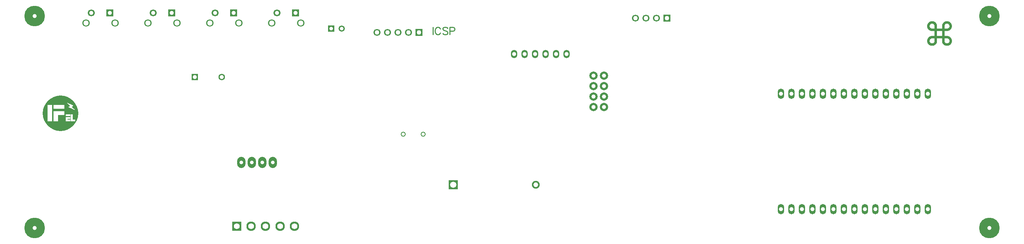
<source format=gbr>
G04 DipTrace 5.1.0.1*
G04 1 - Âåðõíèé.gbr*
%MOMM*%
G04 #@! TF.FileFunction,Copper,L1,Top*
G04 #@! TF.Part,Single*
%ADD44C,1.0*%
%ADD51C,1.4*%
%ADD52C,0.9*%
%ADD53C,1.1*%
%ADD54C,1.5*%
%ADD55C,1.17*%
%ADD56C,1.3*%
%ADD57C,0.8128*%
G04 #@! TA.AperFunction,Nonconductor*
%ADD16C,0.00033*%
G04 #@! TA.AperFunction,ComponentPad*
%ADD21R,2.3X2.3*%
%ADD22C,2.3*%
%ADD23O,2.0X2.7*%
%ADD24R,1.7X1.7*%
%ADD25C,1.7*%
%ADD26R,2.2X2.2*%
%ADD27C,1.9*%
%ADD29R,1.6X1.6*%
%ADD30C,1.6*%
%ADD31C,5.0*%
%ADD32R,1.5X1.5*%
%ADD33C,1.5*%
%ADD37C,1.8*%
%ADD45C,2.0*%
%ADD46O,1.5X2.0*%
%ADD48O,1.5X2.5*%
%ADD49C,1.2192*%
%ADD108C,0.27451*%
%FSLAX35Y35*%
G04*
G71*
G90*
G75*
G01*
G04 Top*
%LPD*%
D21*
X6296757Y1346670D3*
D22*
X6646757D3*
X6996757D3*
X7346757D3*
X7696757D3*
D23*
X7175537Y2889501D3*
X6921537Y2889494D3*
X6667537Y2889486D3*
X6413537Y2889479D3*
D24*
X10711483Y6048252D3*
D25*
X10457483D3*
X10203483D3*
X9949483D3*
X9695483D3*
D24*
X16712233Y6398393D3*
D25*
X16458233D3*
X16204233D3*
X15950233D3*
D26*
X11536983Y2350270D3*
D27*
X13536983D3*
D29*
X5287120Y4968750D3*
D30*
X5937120D3*
D31*
X1408757Y6446070D3*
Y1302570D3*
X24522757Y6446070D3*
Y1302570D3*
D32*
X8584233Y6144393D3*
D33*
X8838233D3*
D25*
X2775000Y6527500D3*
D24*
X3225000D3*
D37*
X2650000Y6277500D3*
X3350000D3*
D25*
X4275000Y6527500D3*
D24*
X4725000D3*
D37*
X4150000Y6277500D3*
X4850000D3*
D25*
X5775000Y6527500D3*
D24*
X6225000D3*
D37*
X5650000Y6277500D3*
X6350000D3*
D25*
X7275000Y6527500D3*
D24*
X7725000D3*
D37*
X7150000Y6277500D3*
X7850000D3*
D45*
X14934233Y4239393D3*
Y4493393D3*
Y4747393D3*
Y5001393D3*
X15188233Y4239393D3*
Y4493393D3*
Y4747393D3*
Y5001393D3*
D46*
X13013358Y5525268D3*
X13267358D3*
X13521358D3*
X13775358D3*
X14029358Y5525218D3*
X14283358Y5525242D3*
D48*
X19474483Y4559893D3*
X19728483D3*
X21252483D3*
X21506483D3*
X22268483D3*
X22522483D3*
X23030483D3*
X22522483Y1759893D3*
X22268483D3*
X22014483D3*
X21760483D3*
X21506483D3*
X21252483D3*
X20236483D3*
X20490483D3*
X19982483D3*
X19728483D3*
X19474483D3*
X19982483Y4559893D3*
X20236483D3*
X20490483D3*
X20744483D3*
X20998483D3*
X21760483D3*
X22014483D3*
X22776483D3*
X23030483Y1759893D3*
X22776483D3*
X20998483D3*
X20744483D3*
D49*
X10809910Y3575817D3*
X10327310D3*
X1715775Y3890628D2*
D16*
D3*
X1862495Y4194778D2*
D3*
X1973335Y4042708D2*
D3*
X2157555Y4017358D2*
D3*
Y3890628D2*
D3*
X2281605D2*
D3*
G36*
X1950992Y4507448D2*
X2034875Y4515708D1*
X2118755Y4507448D1*
X2199405Y4482982D1*
X2273742Y4443248D1*
X2338895Y4389778D1*
X2392362Y4324625D1*
X2432095Y4250292D1*
X2456565Y4169638D1*
X2409035Y4157238D1*
D1*
X2308045Y4242708D1*
X2349435Y4273858D1*
X2170362Y4355358D1*
X2271535Y4267978D1*
X2223485Y4236448D1*
X2409035Y4157238D1*
X2456565Y4169638D1*
X2464825Y4085758D1*
X2456565Y4001878D1*
X2432095Y3921225D1*
X2392362Y3846892D1*
X2384905Y3890628D1*
D1*
Y3931238D1*
X2327785D1*
Y4057958D1*
X2281605D1*
X2269105D1*
D1*
X2157555D1*
X2130235Y4042708D1*
D1*
Y4140158D1*
X1862495D1*
Y3890628D1*
X1826082D1*
D1*
Y4292238D1*
X1862495D1*
D1*
Y4194778D1*
X2130235D1*
Y4292238D1*
X1862495D1*
X1826082D1*
X1715775D1*
Y3890628D1*
X1826082D1*
X1862495D1*
X1973335D1*
Y4042708D1*
X2130235D1*
X2157555Y4057958D1*
Y4017358D1*
X2269105D1*
Y4057958D1*
X2281605D1*
Y3890628D1*
X2269105D1*
D1*
Y3931238D1*
X2203735D1*
Y3953988D1*
X2269105D1*
Y3994598D1*
X2157555D1*
Y3890628D1*
X2269105D1*
X2281605D1*
X2384905D1*
X2392362Y3846892D1*
X2338895Y3781738D1*
X2273742Y3728268D1*
X2199405Y3688535D1*
X2118755Y3664068D1*
X2034875Y3655808D1*
X1950992Y3664068D1*
X1870342Y3688535D1*
X1796005Y3728268D1*
X1730852Y3781738D1*
X1677385Y3846892D1*
X1637652Y3921225D1*
X1613182Y4001878D1*
X1604922Y4085758D1*
X1613182Y4169638D1*
X1637652Y4250292D1*
X1677385Y4324625D1*
X1730852Y4389778D1*
X1796005Y4443248D1*
X1870342Y4482982D1*
X1950992Y4507448D1*
G37*
X2409035Y4157238D2*
D16*
D3*
G36*
X23434087Y6085078D2*
Y5966408D1*
X23374337D1*
D1*
X23254010D1*
Y6085078D1*
X23374337D1*
Y5966408D1*
X23434087D1*
X23497657Y5966362D1*
X23504817Y5965975D1*
X23511823Y5965202D1*
X23518680Y5964035D1*
X23525387Y5962478D1*
X23531940Y5960535D1*
X23538337Y5958198D1*
X23544577Y5955478D1*
X23550663Y5952365D1*
X23556597Y5948868D1*
X23562377Y5944982D1*
X23567993Y5940708D1*
X23573457Y5936048D1*
X23578757Y5931002D1*
X23583793Y5925652D1*
X23588447Y5920155D1*
X23592710Y5914512D1*
X23596590Y5908725D1*
X23600083Y5902788D1*
X23603187Y5896705D1*
X23605910Y5890475D1*
X23608240Y5884098D1*
X23610190Y5877572D1*
X23611750Y5870898D1*
X23612920Y5864075D1*
X23613713Y5857102D1*
X23614113Y5849982D1*
X23614130Y5842742D1*
X23613757Y5835608D1*
X23613000Y5828625D1*
X23611857Y5821788D1*
X23610327Y5815105D1*
X23608413Y5808568D1*
X23606113Y5802178D1*
X23603427Y5795938D1*
X23600347Y5789842D1*
X23596887Y5783898D1*
X23593043Y5778098D1*
X23588807Y5772445D1*
X23584190Y5766935D1*
X23579183Y5761575D1*
X23573893Y5756492D1*
X23568450Y5751798D1*
X23562853Y5747495D1*
X23557097Y5743575D1*
X23551193Y5740045D1*
X23545130Y5736905D1*
X23538917Y5734148D1*
X23532547Y5731785D1*
X23526020Y5729808D1*
X23519340Y5728222D1*
X23512510Y5727025D1*
X23505523Y5726218D1*
X23498383Y5725802D1*
X23491137Y5725775D1*
X23484027Y5726135D1*
X23477060Y5726882D1*
X23470240Y5728015D1*
X23463570Y5729535D1*
X23457043Y5731438D1*
X23450663Y5733732D1*
X23444433Y5736408D1*
X23438353Y5739472D1*
X23432420Y5742925D1*
X23426633Y5746762D1*
X23420997Y5750982D1*
X23415510Y5755592D1*
X23410173Y5760585D1*
X23405087Y5765872D1*
X23400387Y5771315D1*
X23396080Y5776918D1*
X23392167Y5782678D1*
X23388640Y5788595D1*
X23385500Y5794668D1*
X23382750Y5800895D1*
X23380390Y5807278D1*
X23378420Y5813812D1*
X23376837Y5820502D1*
X23375640Y5827342D1*
X23374827Y5834335D1*
X23374407Y5841478D1*
X23374337Y5905808D1*
X23434087Y5905818D1*
D1*
X23500317Y5905552D1*
X23506240Y5904728D1*
X23511927Y5903348D1*
X23517383Y5901408D1*
X23522610Y5898912D1*
X23527613Y5895855D1*
X23532383Y5892232D1*
X23536927Y5888045D1*
X23541070Y5883485D1*
X23544650Y5878708D1*
X23547680Y5873718D1*
X23550153Y5868505D1*
X23552060Y5863065D1*
X23553410Y5857402D1*
X23554197Y5851505D1*
X23554413Y5845378D1*
X23554070Y5839302D1*
X23553153Y5833458D1*
X23551673Y5827842D1*
X23549630Y5822455D1*
X23547017Y5817295D1*
X23543840Y5812352D1*
X23540093Y5807628D1*
X23535783Y5803122D1*
X23530423Y5798522D1*
X23525537Y5795105D1*
X23520443Y5792248D1*
X23515157Y5789955D1*
X23509660Y5788222D1*
X23503953Y5787045D1*
X23498037Y5786425D1*
X23491920Y5786358D1*
X23485947Y5786848D1*
X23480187Y5787892D1*
X23474640Y5789492D1*
X23469300Y5791652D1*
X23464170Y5794375D1*
X23459230Y5797658D1*
X23454483Y5801505D1*
X23449990Y5805882D1*
X23446027Y5810525D1*
X23442633Y5815385D1*
X23439807Y5820465D1*
X23437540Y5825765D1*
X23435847Y5831292D1*
X23434720Y5837048D1*
X23434160Y5843035D1*
X23434087Y5905818D1*
X23374337Y5905808D1*
X23254747Y5905818D1*
X23254010Y5905678D1*
X23194250Y5905818D1*
D1*
X23193973Y5840152D1*
X23193137Y5834345D1*
X23191737Y5828748D1*
X23189773Y5823355D1*
X23187253Y5818168D1*
X23184170Y5813182D1*
X23180533Y5808398D1*
X23176337Y5803818D1*
X23171770Y5799675D1*
X23166973Y5796088D1*
X23161957Y5793058D1*
X23156707Y5790588D1*
X23151227Y5788675D1*
X23145517Y5787328D1*
X23139573Y5786542D1*
X23133397Y5786322D1*
X23127307Y5786668D1*
X23121427Y5787578D1*
X23115767Y5789052D1*
X23110327Y5791088D1*
X23105113Y5793685D1*
X23100130Y5796838D1*
X23095373Y5800548D1*
X23090860Y5804815D1*
X23086253Y5810122D1*
X23082813Y5814978D1*
X23079940Y5820038D1*
X23077620Y5825302D1*
X23075857Y5830768D1*
X23074660Y5836442D1*
X23074030Y5842322D1*
X23073957Y5848385D1*
X23074457Y5854318D1*
X23075520Y5860042D1*
X23077150Y5865558D1*
X23079337Y5870868D1*
X23082083Y5875975D1*
X23085383Y5880882D1*
X23089243Y5885588D1*
X23093627Y5890038D1*
X23098293Y5893962D1*
X23103187Y5897325D1*
X23108313Y5900132D1*
X23113670Y5902378D1*
X23119247Y5904065D1*
X23125040Y5905188D1*
X23131053Y5905748D1*
X23194250Y5905818D1*
X23254010Y5905678D1*
Y5845815D1*
X23253867Y5839612D1*
X23253337Y5832592D1*
X23252420Y5825718D1*
X23251123Y5818988D1*
X23249437Y5812405D1*
X23247363Y5805962D1*
X23244903Y5799665D1*
X23242063Y5793508D1*
X23238827Y5787498D1*
X23235210Y5781628D1*
X23231207Y5775902D1*
X23226817Y5770318D1*
X23222040Y5764875D1*
X23216893Y5759588D1*
X23211540Y5754638D1*
X23206033Y5750082D1*
X23200377Y5745915D1*
X23194557Y5742138D1*
X23188590Y5738755D1*
X23182463Y5735758D1*
X23176183Y5733155D1*
X23169757Y5730945D1*
X23163163Y5729122D1*
X23156423Y5727692D1*
X23149530Y5726652D1*
X23142480Y5726002D1*
X23135273Y5725745D1*
X23128117Y5725875D1*
X23121117Y5726392D1*
X23114263Y5727292D1*
X23107547Y5728582D1*
X23100970Y5730252D1*
X23094537Y5732312D1*
X23088243Y5734752D1*
X23082097Y5737578D1*
X23076080Y5740785D1*
X23070210Y5744378D1*
X23064487Y5748352D1*
X23058893Y5752712D1*
X23053450Y5757448D1*
X23048153Y5762568D1*
X23043197Y5767922D1*
X23038630Y5773432D1*
X23034453Y5779102D1*
X23030667Y5784932D1*
X23027267Y5790922D1*
X23024263Y5797075D1*
X23021650Y5803388D1*
X23019430Y5809865D1*
X23017593Y5816502D1*
X23016153Y5823298D1*
X23015103Y5830262D1*
X23014447Y5837385D1*
X23014173Y5844672D1*
X23014297Y5851968D1*
X23014807Y5859105D1*
X23015713Y5866085D1*
X23017003Y5872912D1*
X23018687Y5879582D1*
X23020753Y5886095D1*
X23023213Y5892452D1*
X23026060Y5898652D1*
X23029297Y5904695D1*
X23032923Y5910578D1*
X23036937Y5916308D1*
X23041337Y5921878D1*
X23046120Y5927292D1*
X23051287Y5932542D1*
X23056650Y5937482D1*
X23062163Y5942028D1*
X23067827Y5946188D1*
X23073630Y5949958D1*
X23079587Y5953338D1*
X23085693Y5956328D1*
X23091950Y5958932D1*
X23098353Y5961145D1*
X23104910Y5962972D1*
X23111620Y5964408D1*
X23118480Y5965458D1*
X23125490Y5966122D1*
X23193740Y5966408D1*
X23194250Y5966548D1*
Y6084965D1*
X23193707Y6085078D1*
X23132463Y6085088D1*
X23125303Y6085378D1*
X23118290Y6086052D1*
X23111437Y6087112D1*
X23104730Y6088558D1*
X23098180Y6090395D1*
X23091777Y6092618D1*
X23085527Y6095232D1*
X23079423Y6098232D1*
X23073477Y6101622D1*
X23067673Y6105402D1*
X23062017Y6109572D1*
X23056503Y6114132D1*
X23051143Y6119082D1*
X23045987Y6124338D1*
X23041213Y6129755D1*
X23036823Y6135328D1*
X23032820Y6141058D1*
X23029207Y6146948D1*
X23025980Y6152995D1*
X23023140Y6159198D1*
X23020690Y6165558D1*
X23018633Y6172075D1*
X23016960Y6178748D1*
X23015683Y6185578D1*
X23014787Y6192562D1*
X23014287Y6199705D1*
X23073977Y6202568D1*
D1*
X23074000Y6208788D1*
X23074603Y6214852D1*
X23075783Y6220668D1*
X23077257Y6225452D1*
X23079143Y6230055D1*
X23081453Y6234472D1*
X23084680Y6239392D1*
X23088480Y6244062D1*
X23092837Y6248488D1*
X23098190Y6253035D1*
X23103073Y6256422D1*
X23108150Y6259255D1*
X23113417Y6261535D1*
X23118873Y6263262D1*
X23124527Y6264432D1*
X23130370Y6265052D1*
X23136423Y6265118D1*
X23142393Y6264618D1*
X23148150Y6263555D1*
X23153697Y6261932D1*
X23159037Y6259745D1*
X23164173Y6256998D1*
X23169107Y6253698D1*
X23173853Y6249842D1*
X23178350Y6245438D1*
X23182313Y6240755D1*
X23185710Y6235868D1*
X23188533Y6230785D1*
X23190797Y6225495D1*
X23192493Y6220002D1*
X23193617Y6214302D1*
X23194177Y6208392D1*
X23194250Y6145658D1*
X23131537Y6145705D1*
X23125510Y6146212D1*
X23119697Y6147272D1*
X23114103Y6148892D1*
X23108730Y6151072D1*
X23103590Y6153808D1*
X23098670Y6157112D1*
X23093987Y6160978D1*
X23089573Y6165368D1*
X23085670Y6170018D1*
X23082320Y6174882D1*
X23079533Y6179968D1*
X23077297Y6185275D1*
X23075630Y6190812D1*
X23074520Y6196575D1*
X23073977Y6202568D1*
X23014287Y6199705D1*
X23014177Y6206992D1*
X23014457Y6214218D1*
X23015120Y6221292D1*
X23016167Y6228212D1*
X23017603Y6234975D1*
X23019433Y6241578D1*
X23021647Y6248028D1*
X23024250Y6254322D1*
X23027237Y6260458D1*
X23030617Y6266438D1*
X23034387Y6272262D1*
X23038550Y6277925D1*
X23043093Y6283432D1*
X23048037Y6288778D1*
X23053307Y6293932D1*
X23058733Y6298712D1*
X23064317Y6303102D1*
X23070047Y6307102D1*
X23075920Y6310712D1*
X23081950Y6313932D1*
X23088123Y6316765D1*
X23094443Y6319208D1*
X23100917Y6321265D1*
X23107533Y6322932D1*
X23114297Y6324212D1*
X23121207Y6325105D1*
X23128263Y6325612D1*
X23135457Y6325732D1*
X23142603Y6325465D1*
X23149600Y6324812D1*
X23156460Y6323775D1*
X23163163Y6322352D1*
X23169727Y6320538D1*
X23176140Y6318342D1*
X23182403Y6315758D1*
X23188523Y6312788D1*
X23194493Y6309432D1*
X23200317Y6305688D1*
X23205993Y6301562D1*
X23211517Y6297045D1*
X23216890Y6292142D1*
X23222057Y6286905D1*
X23226847Y6281498D1*
X23231250Y6275935D1*
X23235263Y6270215D1*
X23238880Y6264338D1*
X23242113Y6258305D1*
X23244957Y6252115D1*
X23247413Y6245772D1*
X23249480Y6239275D1*
X23251160Y6232625D1*
X23252450Y6225822D1*
X23253357Y6218865D1*
X23253870Y6211758D1*
X23254010Y6145778D1*
X23254817Y6145658D1*
X23374337Y6145675D1*
X23434087Y6145658D1*
D1*
X23434363Y6211418D1*
X23435200Y6217292D1*
X23436603Y6222935D1*
X23438570Y6228352D1*
X23441093Y6233542D1*
X23444170Y6238515D1*
X23447810Y6243268D1*
X23452000Y6247808D1*
X23456577Y6251942D1*
X23461383Y6255508D1*
X23466420Y6258515D1*
X23471690Y6260958D1*
X23477173Y6262842D1*
X23482883Y6264168D1*
X23488813Y6264938D1*
X23494953Y6265155D1*
X23501080Y6264808D1*
X23506973Y6263898D1*
X23512630Y6262425D1*
X23518063Y6260388D1*
X23523260Y6257795D1*
X23528227Y6254645D1*
X23532973Y6250935D1*
X23537487Y6246668D1*
X23542087Y6241362D1*
X23545527Y6236502D1*
X23548403Y6231442D1*
X23550723Y6226178D1*
X23552480Y6220708D1*
X23553677Y6215035D1*
X23554307Y6209155D1*
X23554380Y6203095D1*
X23553880Y6197162D1*
X23552817Y6191438D1*
X23551193Y6185922D1*
X23549007Y6180612D1*
X23546260Y6175502D1*
X23542960Y6170595D1*
X23539103Y6165888D1*
X23534720Y6161438D1*
X23530063Y6157522D1*
X23525180Y6154155D1*
X23520067Y6151348D1*
X23514727Y6149102D1*
X23509157Y6147415D1*
X23503350Y6146288D1*
X23497313Y6145728D1*
X23434087Y6145658D1*
X23374337Y6145675D1*
X23374413Y6210202D1*
X23374847Y6217342D1*
X23375663Y6224328D1*
X23376870Y6231165D1*
X23378470Y6237848D1*
X23380453Y6244382D1*
X23382820Y6250758D1*
X23385580Y6256978D1*
X23388727Y6263045D1*
X23392267Y6268958D1*
X23396197Y6274712D1*
X23400510Y6280312D1*
X23405217Y6285752D1*
X23410320Y6291032D1*
X23415657Y6296018D1*
X23421150Y6300615D1*
X23426787Y6304828D1*
X23432577Y6308655D1*
X23438517Y6312095D1*
X23444603Y6315148D1*
X23450837Y6317815D1*
X23457220Y6320098D1*
X23463743Y6321992D1*
X23470423Y6323498D1*
X23477247Y6324622D1*
X23484213Y6325358D1*
X23491330Y6325705D1*
X23498540Y6325672D1*
X23505627Y6325248D1*
X23512570Y6324438D1*
X23519360Y6323242D1*
X23526010Y6321658D1*
X23532513Y6319685D1*
X23538860Y6317325D1*
X23545067Y6314578D1*
X23551123Y6311442D1*
X23557033Y6307915D1*
X23562793Y6303998D1*
X23568410Y6299695D1*
X23573873Y6294998D1*
X23579183Y6289915D1*
X23584210Y6284602D1*
X23588843Y6279128D1*
X23593083Y6273498D1*
X23596937Y6267712D1*
X23600407Y6261765D1*
X23603480Y6255662D1*
X23606167Y6249405D1*
X23608463Y6242988D1*
X23610373Y6236415D1*
X23611893Y6229685D1*
X23613027Y6222802D1*
X23613773Y6215762D1*
X23614133Y6208568D1*
X23614103Y6201302D1*
X23613693Y6194185D1*
X23612897Y6187218D1*
X23611713Y6180398D1*
X23610140Y6173728D1*
X23608187Y6167205D1*
X23605840Y6160832D1*
X23603113Y6154605D1*
X23599997Y6148525D1*
X23596493Y6142595D1*
X23592603Y6136808D1*
X23588327Y6131172D1*
X23583667Y6125678D1*
X23578613Y6120335D1*
X23573307Y6115298D1*
X23567840Y6110648D1*
X23562223Y6106388D1*
X23556440Y6102512D1*
X23550500Y6099025D1*
X23544413Y6095925D1*
X23538163Y6093215D1*
X23531760Y6090892D1*
X23525203Y6088958D1*
X23518497Y6087415D1*
X23511640Y6086258D1*
X23504623Y6085495D1*
X23497463Y6085118D1*
X23434087Y6085078D1*
G37*
X11046892Y6178800D2*
D108*
Y6000146D1*
X11229348Y6136348D2*
X11220896Y6153250D1*
X11203798Y6170349D1*
X11186895Y6178800D1*
X11152894D1*
X11135795Y6170349D1*
X11118893Y6153250D1*
X11110245Y6136348D1*
X11101794Y6110798D1*
Y6068149D1*
X11110245Y6042795D1*
X11118893Y6025696D1*
X11135795Y6008794D1*
X11152894Y6000146D1*
X11186895D1*
X11203798Y6008794D1*
X11220896Y6025696D1*
X11229348Y6042795D1*
X11403352Y6153250D2*
X11386450Y6170349D1*
X11360900Y6178800D1*
X11326898D1*
X11301348Y6170349D1*
X11284250Y6153250D1*
Y6136348D1*
X11292897Y6119249D1*
X11301348Y6110798D1*
X11318251Y6102346D1*
X11369351Y6085248D1*
X11386450Y6076796D1*
X11394901Y6068149D1*
X11403352Y6051246D1*
Y6025696D1*
X11386450Y6008794D1*
X11360900Y6000146D1*
X11326898D1*
X11301348Y6008794D1*
X11284250Y6025696D1*
X11458254Y6085248D2*
X11534904D1*
X11560257Y6093699D1*
X11568905Y6102346D1*
X11577356Y6119249D1*
Y6144799D1*
X11568905Y6161701D1*
X11560257Y6170349D1*
X11534904Y6178800D1*
X11458254D1*
Y6000146D1*
G04 Top Clear*
%LPC*%
D51*
X6296757Y1346670D3*
X6646757D3*
X6996757D3*
X7346757D3*
X7696757D3*
D52*
X7175537Y2889501D3*
X6921537Y2889494D3*
X6667537Y2889486D3*
X6413537Y2889479D3*
D53*
X10711483Y6048252D3*
X10457483D3*
X10203483D3*
X9949483D3*
X9695483D3*
X16712233Y6398393D3*
X16458233D3*
X16204233D3*
X15950233D3*
D54*
X11536983Y2350270D3*
D55*
X13536983D3*
D44*
X5287120Y4968750D3*
X5937120D3*
X1408757Y6446070D3*
Y1302570D3*
X24522757Y6446070D3*
Y1302570D3*
D52*
X8584233Y6144393D3*
X8838233D3*
D44*
X2775000Y6527500D3*
X3225000D3*
D56*
X2650000Y6277500D3*
X3350000D3*
D44*
X4275000Y6527500D3*
X4725000D3*
D56*
X4150000Y6277500D3*
X4850000D3*
D44*
X5775000Y6527500D3*
X6225000D3*
D56*
X5650000Y6277500D3*
X6350000D3*
D44*
X7275000Y6527500D3*
X7725000D3*
D56*
X7150000Y6277500D3*
X7850000D3*
D44*
X14934233Y4239393D3*
Y4493393D3*
Y4747393D3*
Y5001393D3*
X15188233Y4239393D3*
Y4493393D3*
Y4747393D3*
Y5001393D3*
X13013358Y5525268D3*
X13267358D3*
X13521358D3*
X13775358D3*
X14029358Y5525218D3*
X14283358Y5525242D3*
X19474483Y4559893D3*
X19728483D3*
X21252483D3*
X21506483D3*
X22268483D3*
X22522483D3*
X23030483D3*
X22522483Y1759893D3*
X22268483D3*
X22014483D3*
X21760483D3*
X21506483D3*
X21252483D3*
X20236483D3*
X20490483D3*
X19982483D3*
X19728483D3*
X19474483D3*
X19982483Y4559893D3*
X20236483D3*
X20490483D3*
X20744483D3*
X20998483D3*
X21760483D3*
X22014483D3*
X22776483D3*
X23030483Y1759893D3*
X22776483D3*
X20998483D3*
X20744483D3*
D57*
X10809910Y3575817D3*
X10327310D3*
M02*

</source>
